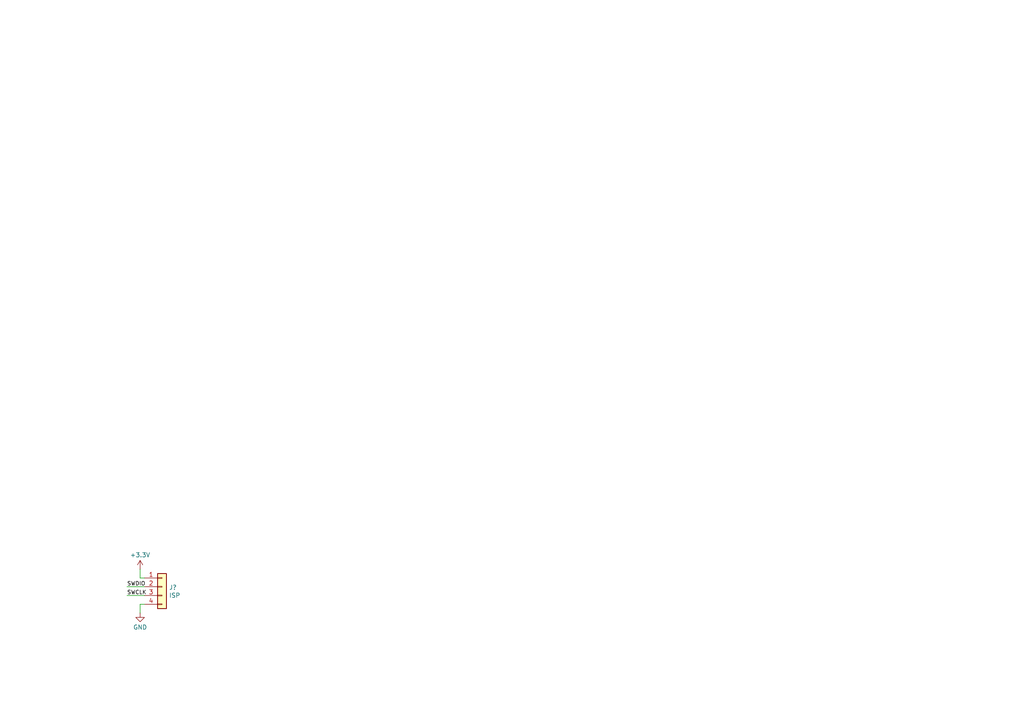
<source format=kicad_sch>
(kicad_sch (version 20250114) (generator "eeschema") (generator_version "9.0")
  (paper "A4")
  (title_block (date "2018-08-19"))
  (lib_symbols
    (symbol "Connector_Generic:Conn_01x04" (pin_names (offset 1.016) (hide yes))
      (property "Reference" "J" (at 0 5.08 0))
      (property "Value" "Conn_01x04" (at 0 -7.62 0))
      (symbol "Conn_01x04_1_1"
        (rectangle (start -1.27 3.81) (end 1.27 -6.35) (stroke (width 0.254)) (fill (type background)))
        (rectangle (start -1.27 2.667) (end 0 2.413) (stroke (width 0.1524)))
        (rectangle (start -1.27 0.127) (end 0 -0.127) (stroke (width 0.1524)))
        (rectangle (start -1.27 -2.413) (end 0 -2.667) (stroke (width 0.1524)))
        (rectangle (start -1.27 -4.953) (end 0 -5.207) (stroke (width 0.1524)))
        (pin passive line (at -5.08 2.54 0) (length 3.81) (name "Pin_1") (number "1"))
        (pin passive line (at -5.08 0 0) (length 3.81) (name "Pin_2") (number "2"))
        (pin passive line (at -5.08 -2.54 0) (length 3.81) (name "Pin_3") (number "3"))
        (pin passive line (at -5.08 -5.08 0) (length 3.81) (name "Pin_4") (number "4"))
      )
    )
    (symbol "power:+3.3V" (power) (pin_numbers (hide yes)) (pin_names (offset 0) (hide yes))
      (property "Value" "+3.3V" (at 0 3.556 0))
      (symbol "+3.3V_0_1"
        (polyline (pts (xy -0.762 1.27) (xy 0 2.54)))
        (polyline (pts (xy 0 2.54) (xy 0.762 1.27)))
        (polyline (pts (xy 0 0) (xy 0 2.54)))
      )
      (symbol "+3.3V_1_1"
        (pin power_in line (at 0 0 90) (length 0) (name "~") (number "1"))
      )
    )
    (symbol "power:GND" (power) (pin_numbers (hide yes)) (pin_names (offset 0) (hide yes))
      (property "Value" "GND" (at 0 -3.81 0))
      (symbol "GND_0_1"
        (polyline (pts (xy 0 0) (xy 0 -1.27) (xy 1.27 -1.27) (xy 0 -2.54) (xy -1.27 -1.27) (xy 0 -1.27)))
      )
      (symbol "GND_1_1"
        (pin power_in line (at 0 0 270) (length 0) (name "~") (number "1"))
      )
    )
  )
  (wire (pts (xy 40.64 175.26) (xy 41.91 175.26)))
  (wire (pts (xy 41.91 172.72) (xy 36.83 172.72)))
  (wire (pts (xy 40.64 167.64) (xy 40.64 165.1)))
  (wire (pts (xy 40.64 177.8) (xy 40.64 175.26)))
  (wire (pts (xy 41.91 167.64) (xy 40.64 167.64)))
  (wire (pts (xy 41.91 170.18) (xy 36.83 170.18)))
  (label "SWDIO" (at 36.83 170.18 0) (effects (font (size 1.1176 1.1176))))
  (label "SWCLK" (at 36.83 172.72 0) (effects (font (size 1.1176 1.1176))))
  (symbol (lib_id "Connector_Generic:Conn_01x04") (at 46.99 170.18 0) (unit 1)
    (property "Reference" "J?" (at 49.022 170.3832 0) (effects (justify left)))
    (property "Value" "ISP" (at 49.022 172.6946 0) (effects (justify left)))
  )
  (symbol (lib_id "power:+3.3V") (at 40.64 165.1 0) (unit 1)
    (property "Reference" "#PWR02" (effects (hide yes)))
    (property "Value" "+3.3V" (at 40.64 160.9669 0))
    (property "Description" "Power symbol creates a global label with name \"+3.3V\"" (effects (hide yes)))
  )
  (symbol (lib_id "power:GND") (at 40.64 177.8 0) (unit 1)
    (property "Reference" "#PWR01" (effects (hide yes)))
    (property "Value" "GND" (at 40.64 181.9331 0))
    (property "Description" "Power symbol creates a global label with name \"GND\" , ground" (effects (hide yes)))
  )
)
</source>
